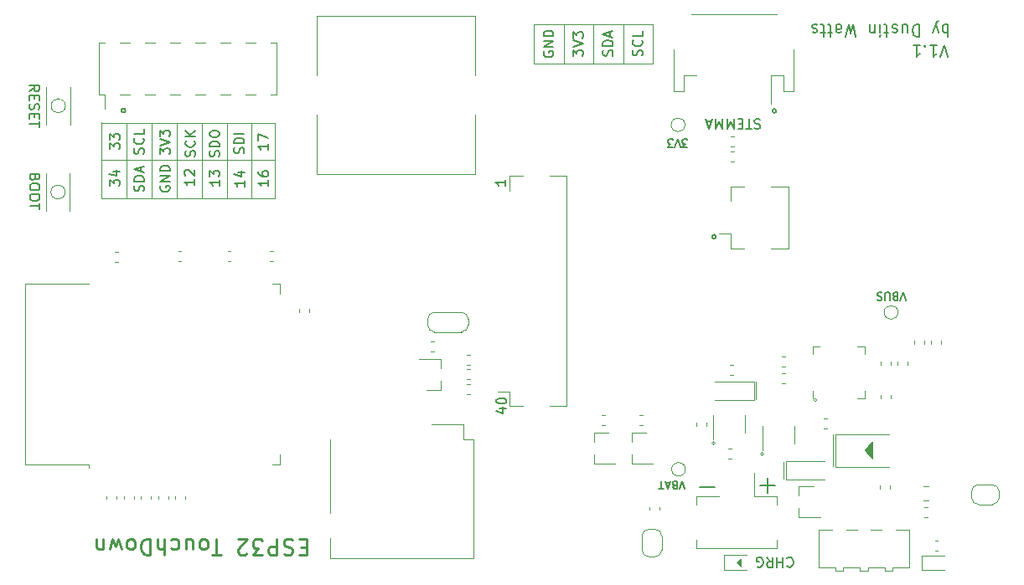
<source format=gto>
G04 #@! TF.GenerationSoftware,KiCad,Pcbnew,(5.1.6-0)*
G04 #@! TF.CreationDate,2022-04-06T12:43:26+02:00*
G04 #@! TF.ProjectId,ESP32_TFT_bridgedpads,45535033-325f-4544-9654-5f6272696467,rev?*
G04 #@! TF.SameCoordinates,Original*
G04 #@! TF.FileFunction,Legend,Top*
G04 #@! TF.FilePolarity,Positive*
%FSLAX46Y46*%
G04 Gerber Fmt 4.6, Leading zero omitted, Abs format (unit mm)*
G04 Created by KiCad (PCBNEW (5.1.6-0)) date 2022-04-06 12:43:26*
%MOMM*%
%LPD*%
G01*
G04 APERTURE LIST*
%ADD10C,0.150000*%
%ADD11C,0.120000*%
%ADD12C,0.250000*%
%ADD13C,0.100000*%
%ADD14C,0.200000*%
G04 APERTURE END LIST*
D10*
X63152380Y-54290476D02*
X63152380Y-54861904D01*
X63152380Y-54576190D02*
X62152380Y-54576190D01*
X62295238Y-54671428D01*
X62390476Y-54766666D01*
X62438095Y-54861904D01*
X62152380Y-53433333D02*
X62152380Y-53623809D01*
X62200000Y-53719047D01*
X62247619Y-53766666D01*
X62390476Y-53861904D01*
X62580952Y-53909523D01*
X62961904Y-53909523D01*
X63057142Y-53861904D01*
X63104761Y-53814285D01*
X63152380Y-53719047D01*
X63152380Y-53528571D01*
X63104761Y-53433333D01*
X63057142Y-53385714D01*
X62961904Y-53338095D01*
X62723809Y-53338095D01*
X62628571Y-53385714D01*
X62580952Y-53433333D01*
X62533333Y-53528571D01*
X62533333Y-53719047D01*
X62580952Y-53814285D01*
X62628571Y-53861904D01*
X62723809Y-53909523D01*
X60752380Y-54340476D02*
X60752380Y-54911904D01*
X60752380Y-54626190D02*
X59752380Y-54626190D01*
X59895238Y-54721428D01*
X59990476Y-54816666D01*
X60038095Y-54911904D01*
X60085714Y-53483333D02*
X60752380Y-53483333D01*
X59704761Y-53721428D02*
X60419047Y-53959523D01*
X60419047Y-53340476D01*
X63102380Y-50640476D02*
X63102380Y-51211904D01*
X63102380Y-50926190D02*
X62102380Y-50926190D01*
X62245238Y-51021428D01*
X62340476Y-51116666D01*
X62388095Y-51211904D01*
X62102380Y-50307142D02*
X62102380Y-49640476D01*
X63102380Y-50069047D01*
X60654761Y-51573809D02*
X60702380Y-51430952D01*
X60702380Y-51192857D01*
X60654761Y-51097619D01*
X60607142Y-51050000D01*
X60511904Y-51002380D01*
X60416666Y-51002380D01*
X60321428Y-51050000D01*
X60273809Y-51097619D01*
X60226190Y-51192857D01*
X60178571Y-51383333D01*
X60130952Y-51478571D01*
X60083333Y-51526190D01*
X59988095Y-51573809D01*
X59892857Y-51573809D01*
X59797619Y-51526190D01*
X59750000Y-51478571D01*
X59702380Y-51383333D01*
X59702380Y-51145238D01*
X59750000Y-51002380D01*
X60702380Y-50573809D02*
X59702380Y-50573809D01*
X59702380Y-50335714D01*
X59750000Y-50192857D01*
X59845238Y-50097619D01*
X59940476Y-50050000D01*
X60130952Y-50002380D01*
X60273809Y-50002380D01*
X60464285Y-50050000D01*
X60559523Y-50097619D01*
X60654761Y-50192857D01*
X60702380Y-50335714D01*
X60702380Y-50573809D01*
X60702380Y-49573809D02*
X59702380Y-49573809D01*
D11*
X61450000Y-48500000D02*
X61450000Y-56120000D01*
X63850000Y-48500000D02*
X63850000Y-56120000D01*
X61360000Y-48500000D02*
X63850000Y-48500000D01*
X59010000Y-48500000D02*
X61550000Y-48500000D01*
D12*
X66990476Y-91414285D02*
X66457142Y-91414285D01*
X66228571Y-90576190D02*
X66990476Y-90576190D01*
X66990476Y-92176190D01*
X66228571Y-92176190D01*
X65619047Y-90652380D02*
X65390476Y-90576190D01*
X65009523Y-90576190D01*
X64857142Y-90652380D01*
X64780952Y-90728571D01*
X64704761Y-90880952D01*
X64704761Y-91033333D01*
X64780952Y-91185714D01*
X64857142Y-91261904D01*
X65009523Y-91338095D01*
X65314285Y-91414285D01*
X65466666Y-91490476D01*
X65542857Y-91566666D01*
X65619047Y-91719047D01*
X65619047Y-91871428D01*
X65542857Y-92023809D01*
X65466666Y-92100000D01*
X65314285Y-92176190D01*
X64933333Y-92176190D01*
X64704761Y-92100000D01*
X64019047Y-90576190D02*
X64019047Y-92176190D01*
X63409523Y-92176190D01*
X63257142Y-92100000D01*
X63180952Y-92023809D01*
X63104761Y-91871428D01*
X63104761Y-91642857D01*
X63180952Y-91490476D01*
X63257142Y-91414285D01*
X63409523Y-91338095D01*
X64019047Y-91338095D01*
X62571428Y-92176190D02*
X61580952Y-92176190D01*
X62114285Y-91566666D01*
X61885714Y-91566666D01*
X61733333Y-91490476D01*
X61657142Y-91414285D01*
X61580952Y-91261904D01*
X61580952Y-90880952D01*
X61657142Y-90728571D01*
X61733333Y-90652380D01*
X61885714Y-90576190D01*
X62342857Y-90576190D01*
X62495238Y-90652380D01*
X62571428Y-90728571D01*
X60971428Y-92023809D02*
X60895238Y-92100000D01*
X60742857Y-92176190D01*
X60361904Y-92176190D01*
X60209523Y-92100000D01*
X60133333Y-92023809D01*
X60057142Y-91871428D01*
X60057142Y-91719047D01*
X60133333Y-91490476D01*
X61047619Y-90576190D01*
X60057142Y-90576190D01*
X58380952Y-92176190D02*
X57466666Y-92176190D01*
X57923809Y-90576190D02*
X57923809Y-92176190D01*
X56704761Y-90576190D02*
X56857142Y-90652380D01*
X56933333Y-90728571D01*
X57009523Y-90880952D01*
X57009523Y-91338095D01*
X56933333Y-91490476D01*
X56857142Y-91566666D01*
X56704761Y-91642857D01*
X56476190Y-91642857D01*
X56323809Y-91566666D01*
X56247619Y-91490476D01*
X56171428Y-91338095D01*
X56171428Y-90880952D01*
X56247619Y-90728571D01*
X56323809Y-90652380D01*
X56476190Y-90576190D01*
X56704761Y-90576190D01*
X54800000Y-91642857D02*
X54800000Y-90576190D01*
X55485714Y-91642857D02*
X55485714Y-90804761D01*
X55409523Y-90652380D01*
X55257142Y-90576190D01*
X55028571Y-90576190D01*
X54876190Y-90652380D01*
X54800000Y-90728571D01*
X53352380Y-90652380D02*
X53504761Y-90576190D01*
X53809523Y-90576190D01*
X53961904Y-90652380D01*
X54038095Y-90728571D01*
X54114285Y-90880952D01*
X54114285Y-91338095D01*
X54038095Y-91490476D01*
X53961904Y-91566666D01*
X53809523Y-91642857D01*
X53504761Y-91642857D01*
X53352380Y-91566666D01*
X52666666Y-90576190D02*
X52666666Y-92176190D01*
X51980952Y-90576190D02*
X51980952Y-91414285D01*
X52057142Y-91566666D01*
X52209523Y-91642857D01*
X52438095Y-91642857D01*
X52590476Y-91566666D01*
X52666666Y-91490476D01*
X51219047Y-90576190D02*
X51219047Y-92176190D01*
X50838095Y-92176190D01*
X50609523Y-92100000D01*
X50457142Y-91947619D01*
X50380952Y-91795238D01*
X50304761Y-91490476D01*
X50304761Y-91261904D01*
X50380952Y-90957142D01*
X50457142Y-90804761D01*
X50609523Y-90652380D01*
X50838095Y-90576190D01*
X51219047Y-90576190D01*
X49390476Y-90576190D02*
X49542857Y-90652380D01*
X49619047Y-90728571D01*
X49695238Y-90880952D01*
X49695238Y-91338095D01*
X49619047Y-91490476D01*
X49542857Y-91566666D01*
X49390476Y-91642857D01*
X49161904Y-91642857D01*
X49009523Y-91566666D01*
X48933333Y-91490476D01*
X48857142Y-91338095D01*
X48857142Y-90880952D01*
X48933333Y-90728571D01*
X49009523Y-90652380D01*
X49161904Y-90576190D01*
X49390476Y-90576190D01*
X48323809Y-91642857D02*
X48019047Y-90576190D01*
X47714285Y-91338095D01*
X47409523Y-90576190D01*
X47104761Y-91642857D01*
X46495238Y-91642857D02*
X46495238Y-90576190D01*
X46495238Y-91490476D02*
X46419047Y-91566666D01*
X46266666Y-91642857D01*
X46038095Y-91642857D01*
X45885714Y-91566666D01*
X45809523Y-91414285D01*
X45809523Y-90576190D01*
D10*
X86535714Y-77385714D02*
X87202380Y-77385714D01*
X86154761Y-77623809D02*
X86869047Y-77861904D01*
X86869047Y-77242857D01*
X86202380Y-76671428D02*
X86202380Y-76576190D01*
X86250000Y-76480952D01*
X86297619Y-76433333D01*
X86392857Y-76385714D01*
X86583333Y-76338095D01*
X86821428Y-76338095D01*
X87011904Y-76385714D01*
X87107142Y-76433333D01*
X87154761Y-76480952D01*
X87202380Y-76576190D01*
X87202380Y-76671428D01*
X87154761Y-76766666D01*
X87107142Y-76814285D01*
X87011904Y-76861904D01*
X86821428Y-76909523D01*
X86583333Y-76909523D01*
X86392857Y-76861904D01*
X86297619Y-76814285D01*
X86250000Y-76766666D01*
X86202380Y-76671428D01*
X87102380Y-54254285D02*
X87102380Y-54825714D01*
X87102380Y-54540000D02*
X86102380Y-54540000D01*
X86245238Y-54635238D01*
X86340476Y-54730476D01*
X86388095Y-54825714D01*
X115564285Y-92532857D02*
X115611904Y-92485238D01*
X115754761Y-92437619D01*
X115850000Y-92437619D01*
X115992857Y-92485238D01*
X116088095Y-92580476D01*
X116135714Y-92675714D01*
X116183333Y-92866190D01*
X116183333Y-93009047D01*
X116135714Y-93199523D01*
X116088095Y-93294761D01*
X115992857Y-93390000D01*
X115850000Y-93437619D01*
X115754761Y-93437619D01*
X115611904Y-93390000D01*
X115564285Y-93342380D01*
X115135714Y-92437619D02*
X115135714Y-93437619D01*
X115135714Y-92961428D02*
X114564285Y-92961428D01*
X114564285Y-92437619D02*
X114564285Y-93437619D01*
X113516666Y-92437619D02*
X113850000Y-92913809D01*
X114088095Y-92437619D02*
X114088095Y-93437619D01*
X113707142Y-93437619D01*
X113611904Y-93390000D01*
X113564285Y-93342380D01*
X113516666Y-93247142D01*
X113516666Y-93104285D01*
X113564285Y-93009047D01*
X113611904Y-92961428D01*
X113707142Y-92913809D01*
X114088095Y-92913809D01*
X112564285Y-93390000D02*
X112659523Y-93437619D01*
X112802380Y-93437619D01*
X112945238Y-93390000D01*
X113040476Y-93294761D01*
X113088095Y-93199523D01*
X113135714Y-93009047D01*
X113135714Y-92866190D01*
X113088095Y-92675714D01*
X113040476Y-92580476D01*
X112945238Y-92485238D01*
X112802380Y-92437619D01*
X112707142Y-92437619D01*
X112564285Y-92485238D01*
X112516666Y-92532857D01*
X112516666Y-92866190D01*
X112707142Y-92866190D01*
D13*
G36*
X110850000Y-93370000D02*
G01*
X110460000Y-93000000D01*
X110850000Y-92610000D01*
X110850000Y-93370000D01*
G37*
X110850000Y-93370000D02*
X110460000Y-93000000D01*
X110850000Y-92610000D01*
X110850000Y-93370000D01*
G36*
X124130000Y-82380000D02*
G01*
X123440000Y-81610000D01*
X124130000Y-80800000D01*
X124130000Y-82380000D01*
G37*
X124130000Y-82380000D02*
X123440000Y-81610000D01*
X124130000Y-80800000D01*
X124130000Y-82380000D01*
D11*
X124150000Y-82460000D02*
X124150000Y-80740000D01*
X123430000Y-81640000D02*
X124150000Y-82460000D01*
X124150000Y-80740000D02*
X123410000Y-81610000D01*
X112410000Y-74700000D02*
X112410000Y-76420000D01*
X120210000Y-80010000D02*
X120210000Y-83270000D01*
X115200000Y-82810000D02*
X115200000Y-84530000D01*
D10*
X127536666Y-66438095D02*
X127270000Y-65638095D01*
X127003333Y-66438095D01*
X126470000Y-66057142D02*
X126355714Y-66019047D01*
X126317619Y-65980952D01*
X126279523Y-65904761D01*
X126279523Y-65790476D01*
X126317619Y-65714285D01*
X126355714Y-65676190D01*
X126431904Y-65638095D01*
X126736666Y-65638095D01*
X126736666Y-66438095D01*
X126470000Y-66438095D01*
X126393809Y-66400000D01*
X126355714Y-66361904D01*
X126317619Y-66285714D01*
X126317619Y-66209523D01*
X126355714Y-66133333D01*
X126393809Y-66095238D01*
X126470000Y-66057142D01*
X126736666Y-66057142D01*
X125936666Y-66438095D02*
X125936666Y-65790476D01*
X125898571Y-65714285D01*
X125860476Y-65676190D01*
X125784285Y-65638095D01*
X125631904Y-65638095D01*
X125555714Y-65676190D01*
X125517619Y-65714285D01*
X125479523Y-65790476D01*
X125479523Y-66438095D01*
X125136666Y-65676190D02*
X125022380Y-65638095D01*
X124831904Y-65638095D01*
X124755714Y-65676190D01*
X124717619Y-65714285D01*
X124679523Y-65790476D01*
X124679523Y-65866666D01*
X124717619Y-65942857D01*
X124755714Y-65980952D01*
X124831904Y-66019047D01*
X124984285Y-66057142D01*
X125060476Y-66095238D01*
X125098571Y-66133333D01*
X125136666Y-66209523D01*
X125136666Y-66285714D01*
X125098571Y-66361904D01*
X125060476Y-66400000D01*
X124984285Y-66438095D01*
X124793809Y-66438095D01*
X124679523Y-66400000D01*
X105254285Y-85528095D02*
X104987619Y-84728095D01*
X104720952Y-85528095D01*
X104187619Y-85147142D02*
X104073333Y-85109047D01*
X104035238Y-85070952D01*
X103997142Y-84994761D01*
X103997142Y-84880476D01*
X104035238Y-84804285D01*
X104073333Y-84766190D01*
X104149523Y-84728095D01*
X104454285Y-84728095D01*
X104454285Y-85528095D01*
X104187619Y-85528095D01*
X104111428Y-85490000D01*
X104073333Y-85451904D01*
X104035238Y-85375714D01*
X104035238Y-85299523D01*
X104073333Y-85223333D01*
X104111428Y-85185238D01*
X104187619Y-85147142D01*
X104454285Y-85147142D01*
X103692380Y-84956666D02*
X103311428Y-84956666D01*
X103768571Y-84728095D02*
X103501904Y-85528095D01*
X103235238Y-84728095D01*
X103082857Y-85528095D02*
X102625714Y-85528095D01*
X102854285Y-84728095D02*
X102854285Y-85528095D01*
X91000000Y-41261904D02*
X90952380Y-41357142D01*
X90952380Y-41500000D01*
X91000000Y-41642857D01*
X91095238Y-41738095D01*
X91190476Y-41785714D01*
X91380952Y-41833333D01*
X91523809Y-41833333D01*
X91714285Y-41785714D01*
X91809523Y-41738095D01*
X91904761Y-41642857D01*
X91952380Y-41500000D01*
X91952380Y-41404761D01*
X91904761Y-41261904D01*
X91857142Y-41214285D01*
X91523809Y-41214285D01*
X91523809Y-41404761D01*
X91952380Y-40785714D02*
X90952380Y-40785714D01*
X91952380Y-40214285D01*
X90952380Y-40214285D01*
X91952380Y-39738095D02*
X90952380Y-39738095D01*
X90952380Y-39500000D01*
X91000000Y-39357142D01*
X91095238Y-39261904D01*
X91190476Y-39214285D01*
X91380952Y-39166666D01*
X91523809Y-39166666D01*
X91714285Y-39214285D01*
X91809523Y-39261904D01*
X91904761Y-39357142D01*
X91952380Y-39500000D01*
X91952380Y-39738095D01*
X93952380Y-41738095D02*
X93952380Y-41119047D01*
X94333333Y-41452380D01*
X94333333Y-41309523D01*
X94380952Y-41214285D01*
X94428571Y-41166666D01*
X94523809Y-41119047D01*
X94761904Y-41119047D01*
X94857142Y-41166666D01*
X94904761Y-41214285D01*
X94952380Y-41309523D01*
X94952380Y-41595238D01*
X94904761Y-41690476D01*
X94857142Y-41738095D01*
X93952380Y-40833333D02*
X94952380Y-40500000D01*
X93952380Y-40166666D01*
X93952380Y-39928571D02*
X93952380Y-39309523D01*
X94333333Y-39642857D01*
X94333333Y-39500000D01*
X94380952Y-39404761D01*
X94428571Y-39357142D01*
X94523809Y-39309523D01*
X94761904Y-39309523D01*
X94857142Y-39357142D01*
X94904761Y-39404761D01*
X94952380Y-39500000D01*
X94952380Y-39785714D01*
X94904761Y-39880952D01*
X94857142Y-39928571D01*
X97904761Y-41714285D02*
X97952380Y-41571428D01*
X97952380Y-41333333D01*
X97904761Y-41238095D01*
X97857142Y-41190476D01*
X97761904Y-41142857D01*
X97666666Y-41142857D01*
X97571428Y-41190476D01*
X97523809Y-41238095D01*
X97476190Y-41333333D01*
X97428571Y-41523809D01*
X97380952Y-41619047D01*
X97333333Y-41666666D01*
X97238095Y-41714285D01*
X97142857Y-41714285D01*
X97047619Y-41666666D01*
X97000000Y-41619047D01*
X96952380Y-41523809D01*
X96952380Y-41285714D01*
X97000000Y-41142857D01*
X97952380Y-40714285D02*
X96952380Y-40714285D01*
X96952380Y-40476190D01*
X97000000Y-40333333D01*
X97095238Y-40238095D01*
X97190476Y-40190476D01*
X97380952Y-40142857D01*
X97523809Y-40142857D01*
X97714285Y-40190476D01*
X97809523Y-40238095D01*
X97904761Y-40333333D01*
X97952380Y-40476190D01*
X97952380Y-40714285D01*
X97666666Y-39761904D02*
X97666666Y-39285714D01*
X97952380Y-39857142D02*
X96952380Y-39523809D01*
X97952380Y-39190476D01*
X100904761Y-41690476D02*
X100952380Y-41547619D01*
X100952380Y-41309523D01*
X100904761Y-41214285D01*
X100857142Y-41166666D01*
X100761904Y-41119047D01*
X100666666Y-41119047D01*
X100571428Y-41166666D01*
X100523809Y-41214285D01*
X100476190Y-41309523D01*
X100428571Y-41500000D01*
X100380952Y-41595238D01*
X100333333Y-41642857D01*
X100238095Y-41690476D01*
X100142857Y-41690476D01*
X100047619Y-41642857D01*
X100000000Y-41595238D01*
X99952380Y-41500000D01*
X99952380Y-41261904D01*
X100000000Y-41119047D01*
X100857142Y-40119047D02*
X100904761Y-40166666D01*
X100952380Y-40309523D01*
X100952380Y-40404761D01*
X100904761Y-40547619D01*
X100809523Y-40642857D01*
X100714285Y-40690476D01*
X100523809Y-40738095D01*
X100380952Y-40738095D01*
X100190476Y-40690476D01*
X100095238Y-40642857D01*
X100000000Y-40547619D01*
X99952380Y-40404761D01*
X99952380Y-40309523D01*
X100000000Y-40166666D01*
X100047619Y-40119047D01*
X100952380Y-39214285D02*
X100952380Y-39690476D01*
X99952380Y-39690476D01*
D11*
X90000000Y-42500000D02*
X93000000Y-42500000D01*
X90000000Y-38500000D02*
X90000000Y-42500000D01*
X93000000Y-38500000D02*
X90000000Y-38500000D01*
X102000000Y-38500000D02*
X102000000Y-42500000D01*
X99000000Y-38500000D02*
X99000000Y-42500000D01*
X96000000Y-38500000D02*
X96000000Y-42500000D01*
X102000000Y-38500000D02*
X93000000Y-38500000D01*
X93000000Y-42500000D02*
X102000000Y-42500000D01*
X93000000Y-38500000D02*
X93000000Y-42500000D01*
D10*
X112858095Y-85162857D02*
X114381904Y-85162857D01*
X113620000Y-85924761D02*
X113620000Y-84400952D01*
X106748095Y-85302857D02*
X108271904Y-85302857D01*
D11*
X108302788Y-80880000D02*
G75*
G03*
X108302788Y-80880000I-162788J0D01*
G01*
X113212788Y-82000000D02*
G75*
G03*
X113212788Y-82000000I-162788J0D01*
G01*
X118612788Y-76540000D02*
G75*
G03*
X118612788Y-76540000I-162788J0D01*
G01*
D10*
X105490476Y-50938095D02*
X104995238Y-50938095D01*
X105261904Y-50633333D01*
X105147619Y-50633333D01*
X105071428Y-50595238D01*
X105033333Y-50557142D01*
X104995238Y-50480952D01*
X104995238Y-50290476D01*
X105033333Y-50214285D01*
X105071428Y-50176190D01*
X105147619Y-50138095D01*
X105376190Y-50138095D01*
X105452380Y-50176190D01*
X105490476Y-50214285D01*
X104766666Y-50938095D02*
X104500000Y-50138095D01*
X104233333Y-50938095D01*
X104042857Y-50938095D02*
X103547619Y-50938095D01*
X103814285Y-50633333D01*
X103700000Y-50633333D01*
X103623809Y-50595238D01*
X103585714Y-50557142D01*
X103547619Y-50480952D01*
X103547619Y-50290476D01*
X103585714Y-50214285D01*
X103623809Y-50176190D01*
X103700000Y-50138095D01*
X103928571Y-50138095D01*
X104004761Y-50176190D01*
X104042857Y-50214285D01*
D14*
X48715183Y-47250000D02*
G75*
G03*
X48715183Y-47250000I-205183J0D01*
G01*
X108395183Y-60010000D02*
G75*
G03*
X108395183Y-60010000I-205183J0D01*
G01*
X114485183Y-47290000D02*
G75*
G03*
X114485183Y-47290000I-205183J0D01*
G01*
X131828571Y-38557142D02*
X131828571Y-39757142D01*
X131828571Y-39300000D02*
X131714285Y-39357142D01*
X131485714Y-39357142D01*
X131371428Y-39300000D01*
X131314285Y-39242857D01*
X131257142Y-39128571D01*
X131257142Y-38785714D01*
X131314285Y-38671428D01*
X131371428Y-38614285D01*
X131485714Y-38557142D01*
X131714285Y-38557142D01*
X131828571Y-38614285D01*
X130857142Y-39357142D02*
X130571428Y-38557142D01*
X130285714Y-39357142D02*
X130571428Y-38557142D01*
X130685714Y-38271428D01*
X130742857Y-38214285D01*
X130857142Y-38157142D01*
X128914285Y-38557142D02*
X128914285Y-39757142D01*
X128628571Y-39757142D01*
X128457142Y-39700000D01*
X128342857Y-39585714D01*
X128285714Y-39471428D01*
X128228571Y-39242857D01*
X128228571Y-39071428D01*
X128285714Y-38842857D01*
X128342857Y-38728571D01*
X128457142Y-38614285D01*
X128628571Y-38557142D01*
X128914285Y-38557142D01*
X127200000Y-39357142D02*
X127200000Y-38557142D01*
X127714285Y-39357142D02*
X127714285Y-38728571D01*
X127657142Y-38614285D01*
X127542857Y-38557142D01*
X127371428Y-38557142D01*
X127257142Y-38614285D01*
X127200000Y-38671428D01*
X126685714Y-38614285D02*
X126571428Y-38557142D01*
X126342857Y-38557142D01*
X126228571Y-38614285D01*
X126171428Y-38728571D01*
X126171428Y-38785714D01*
X126228571Y-38900000D01*
X126342857Y-38957142D01*
X126514285Y-38957142D01*
X126628571Y-39014285D01*
X126685714Y-39128571D01*
X126685714Y-39185714D01*
X126628571Y-39300000D01*
X126514285Y-39357142D01*
X126342857Y-39357142D01*
X126228571Y-39300000D01*
X125828571Y-39357142D02*
X125371428Y-39357142D01*
X125657142Y-39757142D02*
X125657142Y-38728571D01*
X125600000Y-38614285D01*
X125485714Y-38557142D01*
X125371428Y-38557142D01*
X124971428Y-38557142D02*
X124971428Y-39357142D01*
X124971428Y-39757142D02*
X125028571Y-39700000D01*
X124971428Y-39642857D01*
X124914285Y-39700000D01*
X124971428Y-39757142D01*
X124971428Y-39642857D01*
X124400000Y-39357142D02*
X124400000Y-38557142D01*
X124400000Y-39242857D02*
X124342857Y-39300000D01*
X124228571Y-39357142D01*
X124057142Y-39357142D01*
X123942857Y-39300000D01*
X123885714Y-39185714D01*
X123885714Y-38557142D01*
X122514285Y-39757142D02*
X122228571Y-38557142D01*
X122000000Y-39414285D01*
X121771428Y-38557142D01*
X121485714Y-39757142D01*
X120514285Y-38557142D02*
X120514285Y-39185714D01*
X120571428Y-39300000D01*
X120685714Y-39357142D01*
X120914285Y-39357142D01*
X121028571Y-39300000D01*
X120514285Y-38614285D02*
X120628571Y-38557142D01*
X120914285Y-38557142D01*
X121028571Y-38614285D01*
X121085714Y-38728571D01*
X121085714Y-38842857D01*
X121028571Y-38957142D01*
X120914285Y-39014285D01*
X120628571Y-39014285D01*
X120514285Y-39071428D01*
X120114285Y-39357142D02*
X119657142Y-39357142D01*
X119942857Y-39757142D02*
X119942857Y-38728571D01*
X119885714Y-38614285D01*
X119771428Y-38557142D01*
X119657142Y-38557142D01*
X119428571Y-39357142D02*
X118971428Y-39357142D01*
X119257142Y-39757142D02*
X119257142Y-38728571D01*
X119200000Y-38614285D01*
X119085714Y-38557142D01*
X118971428Y-38557142D01*
X118628571Y-38614285D02*
X118514285Y-38557142D01*
X118285714Y-38557142D01*
X118171428Y-38614285D01*
X118114285Y-38728571D01*
X118114285Y-38785714D01*
X118171428Y-38900000D01*
X118285714Y-38957142D01*
X118457142Y-38957142D01*
X118571428Y-39014285D01*
X118628571Y-39128571D01*
X118628571Y-39185714D01*
X118571428Y-39300000D01*
X118457142Y-39357142D01*
X118285714Y-39357142D01*
X118171428Y-39300000D01*
X131828571Y-41857142D02*
X131428571Y-40657142D01*
X131028571Y-41857142D01*
X130000000Y-40657142D02*
X130685714Y-40657142D01*
X130342857Y-40657142D02*
X130342857Y-41857142D01*
X130457142Y-41685714D01*
X130571428Y-41571428D01*
X130685714Y-41514285D01*
X129485714Y-40771428D02*
X129428571Y-40714285D01*
X129485714Y-40657142D01*
X129542857Y-40714285D01*
X129485714Y-40771428D01*
X129485714Y-40657142D01*
X128285714Y-40657142D02*
X128971428Y-40657142D01*
X128628571Y-40657142D02*
X128628571Y-41857142D01*
X128742857Y-41685714D01*
X128857142Y-41571428D01*
X128971428Y-41514285D01*
D10*
X39007619Y-45307619D02*
X39483809Y-44974285D01*
X39007619Y-44736190D02*
X40007619Y-44736190D01*
X40007619Y-45117142D01*
X39960000Y-45212380D01*
X39912380Y-45260000D01*
X39817142Y-45307619D01*
X39674285Y-45307619D01*
X39579047Y-45260000D01*
X39531428Y-45212380D01*
X39483809Y-45117142D01*
X39483809Y-44736190D01*
X39531428Y-45736190D02*
X39531428Y-46069523D01*
X39007619Y-46212380D02*
X39007619Y-45736190D01*
X40007619Y-45736190D01*
X40007619Y-46212380D01*
X39055238Y-46593333D02*
X39007619Y-46736190D01*
X39007619Y-46974285D01*
X39055238Y-47069523D01*
X39102857Y-47117142D01*
X39198095Y-47164761D01*
X39293333Y-47164761D01*
X39388571Y-47117142D01*
X39436190Y-47069523D01*
X39483809Y-46974285D01*
X39531428Y-46783809D01*
X39579047Y-46688571D01*
X39626666Y-46640952D01*
X39721904Y-46593333D01*
X39817142Y-46593333D01*
X39912380Y-46640952D01*
X39960000Y-46688571D01*
X40007619Y-46783809D01*
X40007619Y-47021904D01*
X39960000Y-47164761D01*
X39531428Y-47593333D02*
X39531428Y-47926666D01*
X39007619Y-48069523D02*
X39007619Y-47593333D01*
X40007619Y-47593333D01*
X40007619Y-48069523D01*
X40007619Y-48355238D02*
X40007619Y-48926666D01*
X39007619Y-48640952D02*
X40007619Y-48640952D01*
X39571428Y-54022857D02*
X39523809Y-54165714D01*
X39476190Y-54213333D01*
X39380952Y-54260952D01*
X39238095Y-54260952D01*
X39142857Y-54213333D01*
X39095238Y-54165714D01*
X39047619Y-54070476D01*
X39047619Y-53689523D01*
X40047619Y-53689523D01*
X40047619Y-54022857D01*
X40000000Y-54118095D01*
X39952380Y-54165714D01*
X39857142Y-54213333D01*
X39761904Y-54213333D01*
X39666666Y-54165714D01*
X39619047Y-54118095D01*
X39571428Y-54022857D01*
X39571428Y-53689523D01*
X40047619Y-54880000D02*
X40047619Y-55070476D01*
X40000000Y-55165714D01*
X39904761Y-55260952D01*
X39714285Y-55308571D01*
X39380952Y-55308571D01*
X39190476Y-55260952D01*
X39095238Y-55165714D01*
X39047619Y-55070476D01*
X39047619Y-54880000D01*
X39095238Y-54784761D01*
X39190476Y-54689523D01*
X39380952Y-54641904D01*
X39714285Y-54641904D01*
X39904761Y-54689523D01*
X40000000Y-54784761D01*
X40047619Y-54880000D01*
X40047619Y-55927619D02*
X40047619Y-56118095D01*
X40000000Y-56213333D01*
X39904761Y-56308571D01*
X39714285Y-56356190D01*
X39380952Y-56356190D01*
X39190476Y-56308571D01*
X39095238Y-56213333D01*
X39047619Y-56118095D01*
X39047619Y-55927619D01*
X39095238Y-55832380D01*
X39190476Y-55737142D01*
X39380952Y-55689523D01*
X39714285Y-55689523D01*
X39904761Y-55737142D01*
X40000000Y-55832380D01*
X40047619Y-55927619D01*
X40047619Y-56641904D02*
X40047619Y-57213333D01*
X39047619Y-56927619D02*
X40047619Y-56927619D01*
X55662380Y-54200476D02*
X55662380Y-54771904D01*
X55662380Y-54486190D02*
X54662380Y-54486190D01*
X54805238Y-54581428D01*
X54900476Y-54676666D01*
X54948095Y-54771904D01*
X54757619Y-53819523D02*
X54710000Y-53771904D01*
X54662380Y-53676666D01*
X54662380Y-53438571D01*
X54710000Y-53343333D01*
X54757619Y-53295714D01*
X54852857Y-53248095D01*
X54948095Y-53248095D01*
X55090952Y-53295714D01*
X55662380Y-53867142D01*
X55662380Y-53248095D01*
X47132380Y-54879523D02*
X47132380Y-54260476D01*
X47513333Y-54593809D01*
X47513333Y-54450952D01*
X47560952Y-54355714D01*
X47608571Y-54308095D01*
X47703809Y-54260476D01*
X47941904Y-54260476D01*
X48037142Y-54308095D01*
X48084761Y-54355714D01*
X48132380Y-54450952D01*
X48132380Y-54736666D01*
X48084761Y-54831904D01*
X48037142Y-54879523D01*
X47465714Y-53403333D02*
X48132380Y-53403333D01*
X47084761Y-53641428D02*
X47799047Y-53879523D01*
X47799047Y-53260476D01*
X47132380Y-51179523D02*
X47132380Y-50560476D01*
X47513333Y-50893809D01*
X47513333Y-50750952D01*
X47560952Y-50655714D01*
X47608571Y-50608095D01*
X47703809Y-50560476D01*
X47941904Y-50560476D01*
X48037142Y-50608095D01*
X48084761Y-50655714D01*
X48132380Y-50750952D01*
X48132380Y-51036666D01*
X48084761Y-51131904D01*
X48037142Y-51179523D01*
X47132380Y-50227142D02*
X47132380Y-49608095D01*
X47513333Y-49941428D01*
X47513333Y-49798571D01*
X47560952Y-49703333D01*
X47608571Y-49655714D01*
X47703809Y-49608095D01*
X47941904Y-49608095D01*
X48037142Y-49655714D01*
X48084761Y-49703333D01*
X48132380Y-49798571D01*
X48132380Y-50084285D01*
X48084761Y-50179523D01*
X48037142Y-50227142D01*
X50524761Y-51620476D02*
X50572380Y-51477619D01*
X50572380Y-51239523D01*
X50524761Y-51144285D01*
X50477142Y-51096666D01*
X50381904Y-51049047D01*
X50286666Y-51049047D01*
X50191428Y-51096666D01*
X50143809Y-51144285D01*
X50096190Y-51239523D01*
X50048571Y-51430000D01*
X50000952Y-51525238D01*
X49953333Y-51572857D01*
X49858095Y-51620476D01*
X49762857Y-51620476D01*
X49667619Y-51572857D01*
X49620000Y-51525238D01*
X49572380Y-51430000D01*
X49572380Y-51191904D01*
X49620000Y-51049047D01*
X50477142Y-50049047D02*
X50524761Y-50096666D01*
X50572380Y-50239523D01*
X50572380Y-50334761D01*
X50524761Y-50477619D01*
X50429523Y-50572857D01*
X50334285Y-50620476D01*
X50143809Y-50668095D01*
X50000952Y-50668095D01*
X49810476Y-50620476D01*
X49715238Y-50572857D01*
X49620000Y-50477619D01*
X49572380Y-50334761D01*
X49572380Y-50239523D01*
X49620000Y-50096666D01*
X49667619Y-50049047D01*
X50572380Y-49144285D02*
X50572380Y-49620476D01*
X49572380Y-49620476D01*
X55704761Y-51885714D02*
X55752380Y-51742857D01*
X55752380Y-51504761D01*
X55704761Y-51409523D01*
X55657142Y-51361904D01*
X55561904Y-51314285D01*
X55466666Y-51314285D01*
X55371428Y-51361904D01*
X55323809Y-51409523D01*
X55276190Y-51504761D01*
X55228571Y-51695238D01*
X55180952Y-51790476D01*
X55133333Y-51838095D01*
X55038095Y-51885714D01*
X54942857Y-51885714D01*
X54847619Y-51838095D01*
X54800000Y-51790476D01*
X54752380Y-51695238D01*
X54752380Y-51457142D01*
X54800000Y-51314285D01*
X55657142Y-50314285D02*
X55704761Y-50361904D01*
X55752380Y-50504761D01*
X55752380Y-50600000D01*
X55704761Y-50742857D01*
X55609523Y-50838095D01*
X55514285Y-50885714D01*
X55323809Y-50933333D01*
X55180952Y-50933333D01*
X54990476Y-50885714D01*
X54895238Y-50838095D01*
X54800000Y-50742857D01*
X54752380Y-50600000D01*
X54752380Y-50504761D01*
X54800000Y-50361904D01*
X54847619Y-50314285D01*
X55752380Y-49885714D02*
X54752380Y-49885714D01*
X55752380Y-49314285D02*
X55180952Y-49742857D01*
X54752380Y-49314285D02*
X55323809Y-49885714D01*
X58154761Y-51909523D02*
X58202380Y-51766666D01*
X58202380Y-51528571D01*
X58154761Y-51433333D01*
X58107142Y-51385714D01*
X58011904Y-51338095D01*
X57916666Y-51338095D01*
X57821428Y-51385714D01*
X57773809Y-51433333D01*
X57726190Y-51528571D01*
X57678571Y-51719047D01*
X57630952Y-51814285D01*
X57583333Y-51861904D01*
X57488095Y-51909523D01*
X57392857Y-51909523D01*
X57297619Y-51861904D01*
X57250000Y-51814285D01*
X57202380Y-51719047D01*
X57202380Y-51480952D01*
X57250000Y-51338095D01*
X58202380Y-50909523D02*
X57202380Y-50909523D01*
X57202380Y-50671428D01*
X57250000Y-50528571D01*
X57345238Y-50433333D01*
X57440476Y-50385714D01*
X57630952Y-50338095D01*
X57773809Y-50338095D01*
X57964285Y-50385714D01*
X58059523Y-50433333D01*
X58154761Y-50528571D01*
X58202380Y-50671428D01*
X58202380Y-50909523D01*
X57202380Y-49719047D02*
X57202380Y-49528571D01*
X57250000Y-49433333D01*
X57345238Y-49338095D01*
X57535714Y-49290476D01*
X57869047Y-49290476D01*
X58059523Y-49338095D01*
X58154761Y-49433333D01*
X58202380Y-49528571D01*
X58202380Y-49719047D01*
X58154761Y-49814285D01*
X58059523Y-49909523D01*
X57869047Y-49957142D01*
X57535714Y-49957142D01*
X57345238Y-49909523D01*
X57250000Y-49814285D01*
X57202380Y-49719047D01*
X58222380Y-54260476D02*
X58222380Y-54831904D01*
X58222380Y-54546190D02*
X57222380Y-54546190D01*
X57365238Y-54641428D01*
X57460476Y-54736666D01*
X57508095Y-54831904D01*
X57222380Y-53927142D02*
X57222380Y-53308095D01*
X57603333Y-53641428D01*
X57603333Y-53498571D01*
X57650952Y-53403333D01*
X57698571Y-53355714D01*
X57793809Y-53308095D01*
X58031904Y-53308095D01*
X58127142Y-53355714D01*
X58174761Y-53403333D01*
X58222380Y-53498571D01*
X58222380Y-53784285D01*
X58174761Y-53879523D01*
X58127142Y-53927142D01*
X50544761Y-55404285D02*
X50592380Y-55261428D01*
X50592380Y-55023333D01*
X50544761Y-54928095D01*
X50497142Y-54880476D01*
X50401904Y-54832857D01*
X50306666Y-54832857D01*
X50211428Y-54880476D01*
X50163809Y-54928095D01*
X50116190Y-55023333D01*
X50068571Y-55213809D01*
X50020952Y-55309047D01*
X49973333Y-55356666D01*
X49878095Y-55404285D01*
X49782857Y-55404285D01*
X49687619Y-55356666D01*
X49640000Y-55309047D01*
X49592380Y-55213809D01*
X49592380Y-54975714D01*
X49640000Y-54832857D01*
X50592380Y-54404285D02*
X49592380Y-54404285D01*
X49592380Y-54166190D01*
X49640000Y-54023333D01*
X49735238Y-53928095D01*
X49830476Y-53880476D01*
X50020952Y-53832857D01*
X50163809Y-53832857D01*
X50354285Y-53880476D01*
X50449523Y-53928095D01*
X50544761Y-54023333D01*
X50592380Y-54166190D01*
X50592380Y-54404285D01*
X50306666Y-53451904D02*
X50306666Y-52975714D01*
X50592380Y-53547142D02*
X49592380Y-53213809D01*
X50592380Y-52880476D01*
X52270000Y-54891904D02*
X52222380Y-54987142D01*
X52222380Y-55130000D01*
X52270000Y-55272857D01*
X52365238Y-55368095D01*
X52460476Y-55415714D01*
X52650952Y-55463333D01*
X52793809Y-55463333D01*
X52984285Y-55415714D01*
X53079523Y-55368095D01*
X53174761Y-55272857D01*
X53222380Y-55130000D01*
X53222380Y-55034761D01*
X53174761Y-54891904D01*
X53127142Y-54844285D01*
X52793809Y-54844285D01*
X52793809Y-55034761D01*
X53222380Y-54415714D02*
X52222380Y-54415714D01*
X53222380Y-53844285D01*
X52222380Y-53844285D01*
X53222380Y-53368095D02*
X52222380Y-53368095D01*
X52222380Y-53130000D01*
X52270000Y-52987142D01*
X52365238Y-52891904D01*
X52460476Y-52844285D01*
X52650952Y-52796666D01*
X52793809Y-52796666D01*
X52984285Y-52844285D01*
X53079523Y-52891904D01*
X53174761Y-52987142D01*
X53222380Y-53130000D01*
X53222380Y-53368095D01*
X52202380Y-51678095D02*
X52202380Y-51059047D01*
X52583333Y-51392380D01*
X52583333Y-51249523D01*
X52630952Y-51154285D01*
X52678571Y-51106666D01*
X52773809Y-51059047D01*
X53011904Y-51059047D01*
X53107142Y-51106666D01*
X53154761Y-51154285D01*
X53202380Y-51249523D01*
X53202380Y-51535238D01*
X53154761Y-51630476D01*
X53107142Y-51678095D01*
X52202380Y-50773333D02*
X53202380Y-50440000D01*
X52202380Y-50106666D01*
X52202380Y-49868571D02*
X52202380Y-49249523D01*
X52583333Y-49582857D01*
X52583333Y-49440000D01*
X52630952Y-49344761D01*
X52678571Y-49297142D01*
X52773809Y-49249523D01*
X53011904Y-49249523D01*
X53107142Y-49297142D01*
X53154761Y-49344761D01*
X53202380Y-49440000D01*
X53202380Y-49725714D01*
X53154761Y-49820952D01*
X53107142Y-49868571D01*
D11*
X46320000Y-52280000D02*
X63850000Y-52280000D01*
X46320000Y-48470000D02*
X46320000Y-52280000D01*
X59000000Y-48500000D02*
X59000000Y-56120000D01*
X56460000Y-48500000D02*
X59000000Y-48500000D01*
X56460000Y-56120000D02*
X56460000Y-48500000D01*
X53920000Y-56120000D02*
X56460000Y-56120000D01*
X53920000Y-48500000D02*
X53920000Y-56120000D01*
X51380000Y-48500000D02*
X53920000Y-48500000D01*
X51380000Y-56120000D02*
X51380000Y-48500000D01*
X48840000Y-56120000D02*
X51380000Y-56120000D01*
X48840000Y-48500000D02*
X48840000Y-56120000D01*
X46300000Y-56120000D02*
X46300000Y-48500000D01*
X63850000Y-56120000D02*
X46300000Y-56120000D01*
X46300000Y-48500000D02*
X59000000Y-48500000D01*
D10*
X112840476Y-48145238D02*
X112697619Y-48097619D01*
X112459523Y-48097619D01*
X112364285Y-48145238D01*
X112316666Y-48192857D01*
X112269047Y-48288095D01*
X112269047Y-48383333D01*
X112316666Y-48478571D01*
X112364285Y-48526190D01*
X112459523Y-48573809D01*
X112650000Y-48621428D01*
X112745238Y-48669047D01*
X112792857Y-48716666D01*
X112840476Y-48811904D01*
X112840476Y-48907142D01*
X112792857Y-49002380D01*
X112745238Y-49050000D01*
X112650000Y-49097619D01*
X112411904Y-49097619D01*
X112269047Y-49050000D01*
X111983333Y-49097619D02*
X111411904Y-49097619D01*
X111697619Y-48097619D02*
X111697619Y-49097619D01*
X111078571Y-48621428D02*
X110745238Y-48621428D01*
X110602380Y-48097619D02*
X111078571Y-48097619D01*
X111078571Y-49097619D01*
X110602380Y-49097619D01*
X110173809Y-48097619D02*
X110173809Y-49097619D01*
X109840476Y-48383333D01*
X109507142Y-49097619D01*
X109507142Y-48097619D01*
X109030952Y-48097619D02*
X109030952Y-49097619D01*
X108697619Y-48383333D01*
X108364285Y-49097619D01*
X108364285Y-48097619D01*
X107935714Y-48383333D02*
X107459523Y-48383333D01*
X108030952Y-48097619D02*
X107697619Y-49097619D01*
X107364285Y-48097619D01*
D11*
X134200000Y-86400000D02*
X134200000Y-85800000D01*
X136300000Y-87100000D02*
X134900000Y-87100000D01*
X137000000Y-85800000D02*
X137000000Y-86400000D01*
X134900000Y-85100000D02*
X136300000Y-85100000D01*
X134200000Y-85800000D02*
G75*
G02*
X134900000Y-85100000I700000J0D01*
G01*
X134900000Y-87100000D02*
G75*
G02*
X134200000Y-86400000I0J700000D01*
G01*
X137000000Y-86400000D02*
G75*
G02*
X136300000Y-87100000I-700000J0D01*
G01*
X136300000Y-85100000D02*
G75*
G02*
X137000000Y-85800000I0J-700000D01*
G01*
X102200000Y-92400000D02*
X101600000Y-92400000D01*
X102900000Y-90300000D02*
X102900000Y-91700000D01*
X101600000Y-89600000D02*
X102200000Y-89600000D01*
X100900000Y-91700000D02*
X100900000Y-90300000D01*
X101600000Y-92400000D02*
G75*
G02*
X100900000Y-91700000I0J700000D01*
G01*
X102900000Y-91700000D02*
G75*
G02*
X102200000Y-92400000I-700000J0D01*
G01*
X102200000Y-89600000D02*
G75*
G02*
X102900000Y-90300000I0J-700000D01*
G01*
X100900000Y-90300000D02*
G75*
G02*
X101600000Y-89600000I700000J0D01*
G01*
X79250000Y-68950000D02*
X79250000Y-68350000D01*
X82700000Y-69650000D02*
X79900000Y-69650000D01*
X83350000Y-68350000D02*
X83350000Y-68950000D01*
X79900000Y-67650000D02*
X82700000Y-67650000D01*
X79250000Y-68350000D02*
G75*
G02*
X79950000Y-67650000I700000J0D01*
G01*
X79950000Y-69650000D02*
G75*
G02*
X79250000Y-68950000I0J700000D01*
G01*
X83350000Y-68950000D02*
G75*
G02*
X82650000Y-69650000I-700000J0D01*
G01*
X82650000Y-67650000D02*
G75*
G02*
X83350000Y-68350000I0J-700000D01*
G01*
X118730000Y-93480000D02*
X118730000Y-93480000D01*
X120430000Y-93480000D02*
X118730000Y-93480000D01*
X120430000Y-93780000D02*
X120430000Y-93480000D01*
X121230000Y-93780000D02*
X120430000Y-93780000D01*
X121230000Y-93480000D02*
X121230000Y-93780000D01*
X122930000Y-93480000D02*
X121230000Y-93480000D01*
X122930000Y-93780000D02*
X122930000Y-93480000D01*
X123730000Y-93780000D02*
X122930000Y-93780000D01*
X123730000Y-93480000D02*
X123730000Y-93780000D01*
X125430000Y-93480000D02*
X123730000Y-93480000D01*
X125430000Y-93780000D02*
X125430000Y-93480000D01*
X126230000Y-93780000D02*
X125430000Y-93780000D01*
X126230000Y-93480000D02*
X126230000Y-93780000D01*
X127930000Y-93480000D02*
X126230000Y-93480000D01*
X121530000Y-89680000D02*
X121530000Y-89680000D01*
X122630000Y-89680000D02*
X121530000Y-89680000D01*
X124030000Y-89680000D02*
X124030000Y-89680000D01*
X125130000Y-89680000D02*
X124030000Y-89680000D01*
X118730000Y-89680000D02*
X120130000Y-89680000D01*
X118730000Y-93480000D02*
X118730000Y-89680000D01*
X127930000Y-89680000D02*
X127930000Y-93480000D01*
X126530000Y-89680000D02*
X127930000Y-89680000D01*
X109887221Y-49830000D02*
X110212779Y-49830000D01*
X109887221Y-50850000D02*
X110212779Y-50850000D01*
X131110000Y-70537221D02*
X131110000Y-70862779D01*
X130090000Y-70537221D02*
X130090000Y-70862779D01*
X129410000Y-70537221D02*
X129410000Y-70862779D01*
X128390000Y-70537221D02*
X128390000Y-70862779D01*
X129321422Y-85280000D02*
X129838578Y-85280000D01*
X129321422Y-86700000D02*
X129838578Y-86700000D01*
X129427221Y-87410000D02*
X129752779Y-87410000D01*
X129427221Y-88430000D02*
X129752779Y-88430000D01*
X68050000Y-47650000D02*
X68050000Y-53650000D01*
X68050000Y-37650000D02*
X84050000Y-37650000D01*
X84050000Y-47650000D02*
X84050000Y-53650000D01*
X84050000Y-53650000D02*
X68050000Y-53650000D01*
X68050000Y-43650000D02*
X68050000Y-37650000D01*
X84050000Y-43650000D02*
X84050000Y-37650000D01*
X59362779Y-62510000D02*
X59037221Y-62510000D01*
X59362779Y-61490000D02*
X59037221Y-61490000D01*
X130487221Y-90790000D02*
X130812779Y-90790000D01*
X130487221Y-91810000D02*
X130812779Y-91810000D01*
X83187221Y-74940000D02*
X83512779Y-74940000D01*
X83187221Y-75960000D02*
X83512779Y-75960000D01*
X83187221Y-73440000D02*
X83512779Y-73440000D01*
X83187221Y-74460000D02*
X83512779Y-74460000D01*
X83187221Y-71940000D02*
X83512779Y-71940000D01*
X83187221Y-72960000D02*
X83512779Y-72960000D01*
X79912779Y-71610000D02*
X79587221Y-71610000D01*
X79912779Y-70590000D02*
X79587221Y-70590000D01*
X47637221Y-61540000D02*
X47962779Y-61540000D01*
X47637221Y-62560000D02*
X47962779Y-62560000D01*
X54362779Y-62510000D02*
X54037221Y-62510000D01*
X54362779Y-61490000D02*
X54037221Y-61490000D01*
X80560000Y-75530000D02*
X80560000Y-74600000D01*
X80560000Y-72370000D02*
X80560000Y-73300000D01*
X80560000Y-72370000D02*
X78400000Y-72370000D01*
X80560000Y-75530000D02*
X79100000Y-75530000D01*
X46050000Y-45600000D02*
X46050000Y-40400000D01*
X63950000Y-45600000D02*
X63950000Y-40400000D01*
X46620000Y-47040000D02*
X46620000Y-45600000D01*
X46050000Y-45600000D02*
X46620000Y-45600000D01*
X46050000Y-40400000D02*
X46620000Y-40400000D01*
X63380000Y-45600000D02*
X63950000Y-45600000D01*
X63380000Y-40400000D02*
X63950000Y-40400000D01*
X48140000Y-45600000D02*
X49160000Y-45600000D01*
X48140000Y-40400000D02*
X49160000Y-40400000D01*
X50680000Y-45600000D02*
X51700000Y-45600000D01*
X50680000Y-40400000D02*
X51700000Y-40400000D01*
X53220000Y-45600000D02*
X54240000Y-45600000D01*
X53220000Y-40400000D02*
X54240000Y-40400000D01*
X55760000Y-45600000D02*
X56780000Y-45600000D01*
X55760000Y-40400000D02*
X56780000Y-40400000D01*
X58300000Y-45600000D02*
X59320000Y-45600000D01*
X58300000Y-40400000D02*
X59320000Y-40400000D01*
X60840000Y-45600000D02*
X61860000Y-45600000D01*
X60840000Y-40400000D02*
X61860000Y-40400000D01*
X131500000Y-92265000D02*
X129215000Y-92265000D01*
X129215000Y-92265000D02*
X129215000Y-93735000D01*
X129215000Y-93735000D02*
X131500000Y-93735000D01*
X114565000Y-87160000D02*
X114565000Y-86310000D01*
X114565000Y-86310000D02*
X112240000Y-86310000D01*
X112240000Y-86310000D02*
X112240000Y-83920000D01*
X106395000Y-87160000D02*
X106395000Y-86310000D01*
X106395000Y-86310000D02*
X108720000Y-86310000D01*
X114565000Y-90680000D02*
X114565000Y-91530000D01*
X114565000Y-91530000D02*
X106395000Y-91530000D01*
X106395000Y-91530000D02*
X106395000Y-90680000D01*
X119592779Y-79420000D02*
X119267221Y-79420000D01*
X119592779Y-78400000D02*
X119267221Y-78400000D01*
X87500000Y-75670000D02*
X86300000Y-75670000D01*
X93300000Y-53860000D02*
X91560000Y-53860000D01*
X93300000Y-77160000D02*
X93300000Y-53860000D01*
X91560000Y-77160000D02*
X93300000Y-77160000D01*
X87500000Y-53860000D02*
X88840000Y-53860000D01*
X87500000Y-55350000D02*
X87500000Y-53860000D01*
X87500000Y-77160000D02*
X88840000Y-77160000D01*
X87500000Y-75670000D02*
X87500000Y-77160000D01*
X42621110Y-55500000D02*
G75*
G03*
X42621110Y-55500000I-721110J0D01*
G01*
X40700000Y-57400000D02*
X40700000Y-53600000D01*
X43100000Y-53600000D02*
X43100000Y-57400000D01*
X42651110Y-46775000D02*
G75*
G03*
X42651110Y-46775000I-721110J0D01*
G01*
X43130000Y-44875000D02*
X43130000Y-48675000D01*
X40730000Y-48675000D02*
X40730000Y-44875000D01*
X63530000Y-83050000D02*
X64310000Y-83050000D01*
X64310000Y-83050000D02*
X64310000Y-82050000D01*
X63530000Y-64810000D02*
X64310000Y-64810000D01*
X64310000Y-64810000D02*
X64310000Y-65810000D01*
X38565000Y-83050000D02*
X38565000Y-64810000D01*
X38565000Y-64810000D02*
X44985000Y-64810000D01*
X38565000Y-83050000D02*
X44985000Y-83050000D01*
X44985000Y-83050000D02*
X44985000Y-83430000D01*
X126010000Y-76037221D02*
X126010000Y-76362779D01*
X124990000Y-76037221D02*
X124990000Y-76362779D01*
X115420000Y-84615000D02*
X119330000Y-84615000D01*
X115420000Y-82745000D02*
X115420000Y-84615000D01*
X119330000Y-82745000D02*
X115420000Y-82745000D01*
X108290000Y-76505000D02*
X112200000Y-76505000D01*
X112200000Y-76505000D02*
X112200000Y-74635000D01*
X112200000Y-74635000D02*
X108290000Y-74635000D01*
X47810000Y-86237221D02*
X47810000Y-86562779D01*
X46790000Y-86237221D02*
X46790000Y-86562779D01*
X110122779Y-74020000D02*
X109797221Y-74020000D01*
X110122779Y-73000000D02*
X109797221Y-73000000D01*
X51310000Y-86237221D02*
X51310000Y-86562779D01*
X50290000Y-86237221D02*
X50290000Y-86562779D01*
X109962779Y-81410000D02*
X109637221Y-81410000D01*
X109962779Y-82430000D02*
X109637221Y-82430000D01*
X120450000Y-79980000D02*
X120450000Y-83280000D01*
X120450000Y-83280000D02*
X125850000Y-83280000D01*
X120450000Y-79980000D02*
X125850000Y-79980000D01*
X111470000Y-92225000D02*
X109185000Y-92225000D01*
X109185000Y-92225000D02*
X109185000Y-93695000D01*
X109185000Y-93695000D02*
X111470000Y-93695000D01*
X109880000Y-59730000D02*
X109880000Y-61220000D01*
X109880000Y-61220000D02*
X111220000Y-61220000D01*
X109880000Y-56410000D02*
X109880000Y-54920000D01*
X109880000Y-54920000D02*
X111220000Y-54920000D01*
X113940000Y-61220000D02*
X115680000Y-61220000D01*
X115680000Y-61220000D02*
X115680000Y-54920000D01*
X115680000Y-54920000D02*
X113940000Y-54920000D01*
X109880000Y-59730000D02*
X108680000Y-59730000D01*
X99840000Y-79820000D02*
X101300000Y-79820000D01*
X99840000Y-82980000D02*
X102000000Y-82980000D01*
X99840000Y-82980000D02*
X99840000Y-82050000D01*
X99840000Y-79820000D02*
X99840000Y-80750000D01*
X96040000Y-79820000D02*
X96040000Y-80750000D01*
X96040000Y-82980000D02*
X96040000Y-82050000D01*
X96040000Y-82980000D02*
X98200000Y-82980000D01*
X96040000Y-79820000D02*
X97500000Y-79820000D01*
X116770000Y-85240000D02*
X116770000Y-86170000D01*
X116770000Y-88400000D02*
X116770000Y-87470000D01*
X116770000Y-88400000D02*
X118930000Y-88400000D01*
X116770000Y-85240000D02*
X118230000Y-85240000D01*
X126010000Y-72637221D02*
X126010000Y-72962779D01*
X124990000Y-72637221D02*
X124990000Y-72962779D01*
X127710000Y-72962779D02*
X127710000Y-72637221D01*
X126690000Y-72962779D02*
X126690000Y-72637221D01*
X115007221Y-73120000D02*
X115332779Y-73120000D01*
X115007221Y-72100000D02*
X115332779Y-72100000D01*
X115007221Y-73800000D02*
X115332779Y-73800000D01*
X115007221Y-74820000D02*
X115332779Y-74820000D01*
X96824721Y-78090000D02*
X97150279Y-78090000D01*
X96824721Y-79110000D02*
X97150279Y-79110000D01*
X100637221Y-79110000D02*
X100962779Y-79110000D01*
X100637221Y-78090000D02*
X100962779Y-78090000D01*
X48540000Y-86562779D02*
X48540000Y-86237221D01*
X49560000Y-86562779D02*
X49560000Y-86237221D01*
X125990000Y-85177221D02*
X125990000Y-85502779D01*
X124970000Y-85177221D02*
X124970000Y-85502779D01*
X63612779Y-61490000D02*
X63287221Y-61490000D01*
X63612779Y-62510000D02*
X63287221Y-62510000D01*
X66290000Y-67324721D02*
X66290000Y-67650279D01*
X67310000Y-67324721D02*
X67310000Y-67650279D01*
X101690000Y-87662779D02*
X101690000Y-87337221D01*
X102710000Y-87662779D02*
X102710000Y-87337221D01*
X53740000Y-86562779D02*
X53740000Y-86237221D01*
X54760000Y-86562779D02*
X54760000Y-86237221D01*
X52040000Y-86237221D02*
X52040000Y-86562779D01*
X53060000Y-86237221D02*
X53060000Y-86562779D01*
X106360000Y-78847221D02*
X106360000Y-79172779D01*
X107380000Y-78847221D02*
X107380000Y-79172779D01*
X118160000Y-71845000D02*
X118160000Y-71120000D01*
X118160000Y-71120000D02*
X118885000Y-71120000D01*
X123380000Y-75615000D02*
X123380000Y-76340000D01*
X123380000Y-76340000D02*
X122655000Y-76340000D01*
X123380000Y-71845000D02*
X123380000Y-71120000D01*
X123380000Y-71120000D02*
X122655000Y-71120000D01*
X118160000Y-75615000D02*
X118160000Y-76340000D01*
X113050000Y-79170000D02*
X113050000Y-81620000D01*
X116270000Y-80970000D02*
X116270000Y-79170000D01*
X111350000Y-79830000D02*
X111350000Y-78030000D01*
X108130000Y-78030000D02*
X108130000Y-80480000D01*
X109907221Y-52380000D02*
X110232779Y-52380000D01*
X109907221Y-51360000D02*
X110232779Y-51360000D01*
X116260000Y-41060000D02*
X116260000Y-45310000D01*
X116260000Y-45310000D02*
X115240000Y-45310000D01*
X115240000Y-45310000D02*
X115240000Y-43710000D01*
X115240000Y-43710000D02*
X113960000Y-43710000D01*
X113960000Y-43710000D02*
X113960000Y-46600000D01*
X104140000Y-41060000D02*
X104140000Y-45310000D01*
X104140000Y-45310000D02*
X105160000Y-45310000D01*
X105160000Y-45310000D02*
X105160000Y-43710000D01*
X105160000Y-43710000D02*
X106440000Y-43710000D01*
X114540000Y-37490000D02*
X105860000Y-37490000D01*
X126770000Y-67670000D02*
G75*
G03*
X126770000Y-67670000I-700000J0D01*
G01*
X105250000Y-48700000D02*
G75*
G03*
X105250000Y-48700000I-700000J0D01*
G01*
X105300000Y-83550000D02*
G75*
G03*
X105300000Y-83550000I-700000J0D01*
G01*
X69400000Y-80500000D02*
X69400000Y-88000000D01*
X79650000Y-79000000D02*
X82900000Y-79000000D01*
X83900000Y-80500000D02*
X83900000Y-88000000D01*
X83900000Y-80500000D02*
X82900000Y-80500000D01*
X82900000Y-80500000D02*
X82900000Y-79000000D01*
X69400000Y-90500000D02*
X69400000Y-92500000D01*
X69400000Y-92500000D02*
X83900000Y-92500000D01*
X83900000Y-92500000D02*
X83900000Y-88000000D01*
M02*

</source>
